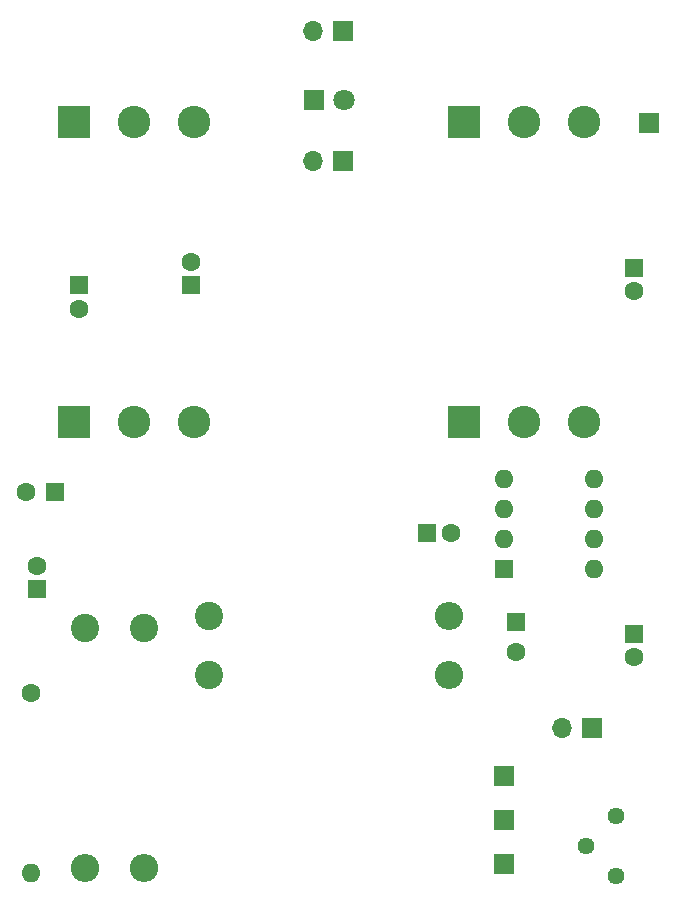
<source format=gbs>
G04 #@! TF.GenerationSoftware,KiCad,Pcbnew,(6.0.4)*
G04 #@! TF.CreationDate,2022-04-21T02:31:35-04:00*
G04 #@! TF.ProjectId,malice-striker-v2-2,6d616c69-6365-42d7-9374-72696b65722d,rev?*
G04 #@! TF.SameCoordinates,Original*
G04 #@! TF.FileFunction,Soldermask,Bot*
G04 #@! TF.FilePolarity,Negative*
%FSLAX46Y46*%
G04 Gerber Fmt 4.6, Leading zero omitted, Abs format (unit mm)*
G04 Created by KiCad (PCBNEW (6.0.4)) date 2022-04-21 02:31:35*
%MOMM*%
%LPD*%
G01*
G04 APERTURE LIST*
G04 Aperture macros list*
%AMRoundRect*
0 Rectangle with rounded corners*
0 $1 Rounding radius*
0 $2 $3 $4 $5 $6 $7 $8 $9 X,Y pos of 4 corners*
0 Add a 4 corners polygon primitive as box body*
4,1,4,$2,$3,$4,$5,$6,$7,$8,$9,$2,$3,0*
0 Add four circle primitives for the rounded corners*
1,1,$1+$1,$2,$3*
1,1,$1+$1,$4,$5*
1,1,$1+$1,$6,$7*
1,1,$1+$1,$8,$9*
0 Add four rect primitives between the rounded corners*
20,1,$1+$1,$2,$3,$4,$5,0*
20,1,$1+$1,$4,$5,$6,$7,0*
20,1,$1+$1,$6,$7,$8,$9,0*
20,1,$1+$1,$8,$9,$2,$3,0*%
G04 Aperture macros list end*
%ADD10R,1.800000X1.800000*%
%ADD11C,1.800000*%
%ADD12RoundRect,0.101600X1.270000X1.270000X-1.270000X1.270000X-1.270000X-1.270000X1.270000X-1.270000X0*%
%ADD13C,2.743200*%
%ADD14R,1.600000X1.600000*%
%ADD15C,1.600000*%
%ADD16R,1.700000X1.700000*%
%ADD17O,1.700000X1.700000*%
%ADD18C,2.400000*%
%ADD19O,2.400000X2.400000*%
%ADD20O,1.600000X1.600000*%
%ADD21C,1.440000*%
G04 APERTURE END LIST*
D10*
X44930000Y-41790000D03*
D11*
X47470000Y-41790000D03*
D12*
X24620000Y-69100000D03*
D13*
X29700000Y-69100000D03*
X34780000Y-69100000D03*
D12*
X57620000Y-43700000D03*
D13*
X62700000Y-43700000D03*
X67780000Y-43700000D03*
D12*
X57620000Y-69100000D03*
D13*
X62700000Y-69100000D03*
X67780000Y-69100000D03*
D12*
X24620000Y-43700000D03*
D13*
X29700000Y-43700000D03*
X34780000Y-43700000D03*
D14*
X21500000Y-83250000D03*
D15*
X21500000Y-81250000D03*
D14*
X54500000Y-78500000D03*
D15*
X56500000Y-78500000D03*
D14*
X72000000Y-56000000D03*
D15*
X72000000Y-58000000D03*
D14*
X62000000Y-86000000D03*
D15*
X62000000Y-88500000D03*
D14*
X25000000Y-57500000D03*
D15*
X25000000Y-59500000D03*
D14*
X23000000Y-75000000D03*
D15*
X20500000Y-75000000D03*
D14*
X34500000Y-57500000D03*
D15*
X34500000Y-55500000D03*
D14*
X72000000Y-87000000D03*
D15*
X72000000Y-89000000D03*
D16*
X47400000Y-36000000D03*
D17*
X44860000Y-36000000D03*
D16*
X47400000Y-47000000D03*
D17*
X44860000Y-47000000D03*
D16*
X68500000Y-95000000D03*
D17*
X65960000Y-95000000D03*
D18*
X36000000Y-85500000D03*
D19*
X56320000Y-85500000D03*
D15*
X21000000Y-92000000D03*
D20*
X21000000Y-107240000D03*
D18*
X30500000Y-86500000D03*
D19*
X30500000Y-106820000D03*
D18*
X36000000Y-90500000D03*
D19*
X56320000Y-90500000D03*
D18*
X25500000Y-86500000D03*
D19*
X25500000Y-106820000D03*
D21*
X70500000Y-107500000D03*
X67960000Y-104960000D03*
X70500000Y-102420000D03*
D14*
X61000000Y-81500000D03*
D20*
X61000000Y-78960000D03*
X61000000Y-76420000D03*
X61000000Y-73880000D03*
X68620000Y-73880000D03*
X68620000Y-76420000D03*
X68620000Y-78960000D03*
X68620000Y-81500000D03*
D16*
X73250000Y-43750000D03*
X61000000Y-99000000D03*
X61000000Y-102750000D03*
X61000000Y-106500000D03*
M02*

</source>
